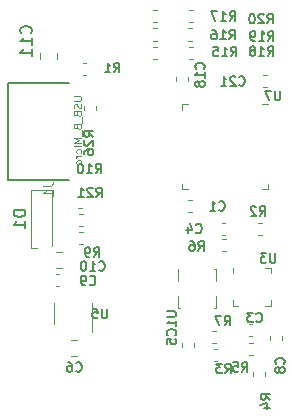
<source format=gbr>
G04 #@! TF.GenerationSoftware,KiCad,Pcbnew,(5.1.4)-1*
G04 #@! TF.CreationDate,2019-12-23T16:34:00-07:00*
G04 #@! TF.ProjectId,CruiseController,43727569-7365-4436-9f6e-74726f6c6c65,rev?*
G04 #@! TF.SameCoordinates,Original*
G04 #@! TF.FileFunction,Legend,Bot*
G04 #@! TF.FilePolarity,Positive*
%FSLAX46Y46*%
G04 Gerber Fmt 4.6, Leading zero omitted, Abs format (unit mm)*
G04 Created by KiCad (PCBNEW (5.1.4)-1) date 2019-12-23 16:34:00*
%MOMM*%
%LPD*%
G04 APERTURE LIST*
%ADD10C,0.120000*%
%ADD11C,0.127000*%
%ADD12C,0.150000*%
%ADD13C,0.050000*%
G04 APERTURE END LIST*
D10*
X100940000Y-76308578D02*
X100940000Y-75791422D01*
X102360000Y-76308578D02*
X102360000Y-75791422D01*
X101910000Y-87340000D02*
X100190000Y-87340000D01*
X101910000Y-92150000D02*
X101910000Y-87340000D01*
X100190000Y-92260000D02*
X100190000Y-87340000D01*
X100650000Y-92260000D02*
X100190000Y-92260000D01*
X104562779Y-90410000D02*
X104237221Y-90410000D01*
X104562779Y-89390000D02*
X104237221Y-89390000D01*
X104512779Y-88860000D02*
X104187221Y-88860000D01*
X104512779Y-87840000D02*
X104187221Y-87840000D01*
X104600279Y-91960000D02*
X104274721Y-91960000D01*
X104600279Y-90940000D02*
X104274721Y-90940000D01*
X115850000Y-94075000D02*
X115625000Y-94075000D01*
X115625000Y-97325000D02*
X115850000Y-97325000D01*
X112825000Y-97325000D02*
X112600000Y-97325000D01*
X115850000Y-94075000D02*
X115850000Y-95050000D01*
X112600000Y-96350000D02*
X112600000Y-97325000D01*
X112600000Y-94075000D02*
X112600000Y-95050000D01*
X115850000Y-96350000D02*
X115850000Y-97325000D01*
X103578922Y-100040000D02*
X104096078Y-100040000D01*
X103578922Y-101460000D02*
X104096078Y-101460000D01*
X113474721Y-88240000D02*
X113800279Y-88240000D01*
X113474721Y-89260000D02*
X113800279Y-89260000D01*
D11*
X98200000Y-78300000D02*
X103351000Y-78300000D01*
X98200000Y-86500000D02*
X98200000Y-78300000D01*
X103351000Y-86500000D02*
X98200000Y-86500000D01*
D10*
X116625279Y-91168000D02*
X116299721Y-91168000D01*
X116625279Y-90148000D02*
X116299721Y-90148000D01*
X112915000Y-100687779D02*
X112915000Y-100362221D01*
X113935000Y-100687779D02*
X113935000Y-100362221D01*
X118912779Y-99768000D02*
X118587221Y-99768000D01*
X118912779Y-98748000D02*
X118587221Y-98748000D01*
X113862779Y-76260000D02*
X113537221Y-76260000D01*
X113862779Y-75240000D02*
X113537221Y-75240000D01*
X110537221Y-72140000D02*
X110862779Y-72140000D01*
X110537221Y-73160000D02*
X110862779Y-73160000D01*
X110487221Y-73690000D02*
X110812779Y-73690000D01*
X110487221Y-74710000D02*
X110812779Y-74710000D01*
X113537221Y-72140000D02*
X113862779Y-72140000D01*
X113537221Y-73160000D02*
X113862779Y-73160000D01*
X112440000Y-78150279D02*
X112440000Y-77824721D01*
X113460000Y-78150279D02*
X113460000Y-77824721D01*
X113499721Y-73690000D02*
X113825279Y-73690000D01*
X113499721Y-74710000D02*
X113825279Y-74710000D01*
X102278922Y-92590000D02*
X102796078Y-92590000D01*
X102278922Y-94010000D02*
X102796078Y-94010000D01*
X120162779Y-78610000D02*
X119837221Y-78610000D01*
X120162779Y-77590000D02*
X119837221Y-77590000D01*
X110487221Y-75240000D02*
X110812779Y-75240000D01*
X110487221Y-76260000D02*
X110812779Y-76260000D01*
X119722500Y-80090000D02*
X120197500Y-80090000D01*
X112977500Y-87310000D02*
X112977500Y-86835000D01*
X113452500Y-87310000D02*
X112977500Y-87310000D01*
X120197500Y-87310000D02*
X120197500Y-86835000D01*
X119722500Y-87310000D02*
X120197500Y-87310000D01*
X112977500Y-80090000D02*
X112977500Y-80565000D01*
X113452500Y-80090000D02*
X112977500Y-80090000D01*
X117240000Y-94423000D02*
X117240000Y-93948000D01*
X120460000Y-97168000D02*
X119985000Y-97168000D01*
X120460000Y-96693000D02*
X120460000Y-97168000D01*
X120460000Y-93948000D02*
X119985000Y-93948000D01*
X120460000Y-94423000D02*
X120460000Y-93948000D01*
X117240000Y-97168000D02*
X117715000Y-97168000D01*
X117240000Y-96693000D02*
X117240000Y-97168000D01*
X104640000Y-80562779D02*
X104640000Y-80237221D01*
X105660000Y-80562779D02*
X105660000Y-80237221D01*
X102249721Y-94490000D02*
X102575279Y-94490000D01*
X102249721Y-95510000D02*
X102575279Y-95510000D01*
X121460000Y-99757721D02*
X121460000Y-100083279D01*
X120440000Y-99757721D02*
X120440000Y-100083279D01*
X115862779Y-100310000D02*
X115537221Y-100310000D01*
X115862779Y-99290000D02*
X115537221Y-99290000D01*
X115950279Y-101810000D02*
X115624721Y-101810000D01*
X115950279Y-100790000D02*
X115624721Y-100790000D01*
X120010000Y-102787221D02*
X120010000Y-103112779D01*
X118990000Y-102787221D02*
X118990000Y-103112779D01*
X118637221Y-100290000D02*
X118962779Y-100290000D01*
X118637221Y-101310000D02*
X118962779Y-101310000D01*
X119712779Y-91160000D02*
X119387221Y-91160000D01*
X119712779Y-90140000D02*
X119387221Y-90140000D01*
X104537221Y-76590000D02*
X104862779Y-76590000D01*
X104537221Y-77610000D02*
X104862779Y-77610000D01*
X116324721Y-91540000D02*
X116650279Y-91540000D01*
X116324721Y-92560000D02*
X116650279Y-92560000D01*
X105310000Y-96900000D02*
X105310000Y-99350000D01*
X102090000Y-98700000D02*
X102090000Y-96900000D01*
D12*
X100157142Y-74107142D02*
X100204761Y-74059523D01*
X100252380Y-73916666D01*
X100252380Y-73821428D01*
X100204761Y-73678571D01*
X100109523Y-73583333D01*
X100014285Y-73535714D01*
X99823809Y-73488095D01*
X99680952Y-73488095D01*
X99490476Y-73535714D01*
X99395238Y-73583333D01*
X99300000Y-73678571D01*
X99252380Y-73821428D01*
X99252380Y-73916666D01*
X99300000Y-74059523D01*
X99347619Y-74107142D01*
X100252380Y-75059523D02*
X100252380Y-74488095D01*
X100252380Y-74773809D02*
X99252380Y-74773809D01*
X99395238Y-74678571D01*
X99490476Y-74583333D01*
X99538095Y-74488095D01*
X100252380Y-76011904D02*
X100252380Y-75440476D01*
X100252380Y-75726190D02*
X99252380Y-75726190D01*
X99395238Y-75630952D01*
X99490476Y-75535714D01*
X99538095Y-75440476D01*
X99702380Y-89061904D02*
X98702380Y-89061904D01*
X98702380Y-89300000D01*
X98750000Y-89442857D01*
X98845238Y-89538095D01*
X98940476Y-89585714D01*
X99130952Y-89633333D01*
X99273809Y-89633333D01*
X99464285Y-89585714D01*
X99559523Y-89538095D01*
X99654761Y-89442857D01*
X99702380Y-89300000D01*
X99702380Y-89061904D01*
X99702380Y-90585714D02*
X99702380Y-90014285D01*
X99702380Y-90300000D02*
X98702380Y-90300000D01*
X98845238Y-90204761D01*
X98940476Y-90109523D01*
X98988095Y-90014285D01*
X105714285Y-87961904D02*
X105980952Y-87580952D01*
X106171428Y-87961904D02*
X106171428Y-87161904D01*
X105866666Y-87161904D01*
X105790476Y-87200000D01*
X105752380Y-87238095D01*
X105714285Y-87314285D01*
X105714285Y-87428571D01*
X105752380Y-87504761D01*
X105790476Y-87542857D01*
X105866666Y-87580952D01*
X106171428Y-87580952D01*
X105409523Y-87238095D02*
X105371428Y-87200000D01*
X105295238Y-87161904D01*
X105104761Y-87161904D01*
X105028571Y-87200000D01*
X104990476Y-87238095D01*
X104952380Y-87314285D01*
X104952380Y-87390476D01*
X104990476Y-87504761D01*
X105447619Y-87961904D01*
X104952380Y-87961904D01*
X104190476Y-87961904D02*
X104647619Y-87961904D01*
X104419047Y-87961904D02*
X104419047Y-87161904D01*
X104495238Y-87276190D01*
X104571428Y-87352380D01*
X104647619Y-87390476D01*
X105639285Y-85936904D02*
X105905952Y-85555952D01*
X106096428Y-85936904D02*
X106096428Y-85136904D01*
X105791666Y-85136904D01*
X105715476Y-85175000D01*
X105677380Y-85213095D01*
X105639285Y-85289285D01*
X105639285Y-85403571D01*
X105677380Y-85479761D01*
X105715476Y-85517857D01*
X105791666Y-85555952D01*
X106096428Y-85555952D01*
X104877380Y-85936904D02*
X105334523Y-85936904D01*
X105105952Y-85936904D02*
X105105952Y-85136904D01*
X105182142Y-85251190D01*
X105258333Y-85327380D01*
X105334523Y-85365476D01*
X104382142Y-85136904D02*
X104305952Y-85136904D01*
X104229761Y-85175000D01*
X104191666Y-85213095D01*
X104153571Y-85289285D01*
X104115476Y-85441666D01*
X104115476Y-85632142D01*
X104153571Y-85784523D01*
X104191666Y-85860714D01*
X104229761Y-85898809D01*
X104305952Y-85936904D01*
X104382142Y-85936904D01*
X104458333Y-85898809D01*
X104496428Y-85860714D01*
X104534523Y-85784523D01*
X104572619Y-85632142D01*
X104572619Y-85441666D01*
X104534523Y-85289285D01*
X104496428Y-85213095D01*
X104458333Y-85175000D01*
X104382142Y-85136904D01*
X105483333Y-93011904D02*
X105750000Y-92630952D01*
X105940476Y-93011904D02*
X105940476Y-92211904D01*
X105635714Y-92211904D01*
X105559523Y-92250000D01*
X105521428Y-92288095D01*
X105483333Y-92364285D01*
X105483333Y-92478571D01*
X105521428Y-92554761D01*
X105559523Y-92592857D01*
X105635714Y-92630952D01*
X105940476Y-92630952D01*
X105102380Y-93011904D02*
X104950000Y-93011904D01*
X104873809Y-92973809D01*
X104835714Y-92935714D01*
X104759523Y-92821428D01*
X104721428Y-92669047D01*
X104721428Y-92364285D01*
X104759523Y-92288095D01*
X104797619Y-92250000D01*
X104873809Y-92211904D01*
X105026190Y-92211904D01*
X105102380Y-92250000D01*
X105140476Y-92288095D01*
X105178571Y-92364285D01*
X105178571Y-92554761D01*
X105140476Y-92630952D01*
X105102380Y-92669047D01*
X105026190Y-92707142D01*
X104873809Y-92707142D01*
X104797619Y-92669047D01*
X104759523Y-92630952D01*
X104721428Y-92554761D01*
X111661904Y-97640476D02*
X112309523Y-97640476D01*
X112385714Y-97678571D01*
X112423809Y-97716666D01*
X112461904Y-97792857D01*
X112461904Y-97945238D01*
X112423809Y-98021428D01*
X112385714Y-98059523D01*
X112309523Y-98097619D01*
X111661904Y-98097619D01*
X112461904Y-98897619D02*
X112461904Y-98440476D01*
X112461904Y-98669047D02*
X111661904Y-98669047D01*
X111776190Y-98592857D01*
X111852380Y-98516666D01*
X111890476Y-98440476D01*
X103970833Y-102685714D02*
X104008928Y-102723809D01*
X104123214Y-102761904D01*
X104199404Y-102761904D01*
X104313690Y-102723809D01*
X104389880Y-102647619D01*
X104427976Y-102571428D01*
X104466071Y-102419047D01*
X104466071Y-102304761D01*
X104427976Y-102152380D01*
X104389880Y-102076190D01*
X104313690Y-102000000D01*
X104199404Y-101961904D01*
X104123214Y-101961904D01*
X104008928Y-102000000D01*
X103970833Y-102038095D01*
X103285119Y-101961904D02*
X103437500Y-101961904D01*
X103513690Y-102000000D01*
X103551785Y-102038095D01*
X103627976Y-102152380D01*
X103666071Y-102304761D01*
X103666071Y-102609523D01*
X103627976Y-102685714D01*
X103589880Y-102723809D01*
X103513690Y-102761904D01*
X103361309Y-102761904D01*
X103285119Y-102723809D01*
X103247023Y-102685714D01*
X103208928Y-102609523D01*
X103208928Y-102419047D01*
X103247023Y-102342857D01*
X103285119Y-102304761D01*
X103361309Y-102266666D01*
X103513690Y-102266666D01*
X103589880Y-102304761D01*
X103627976Y-102342857D01*
X103666071Y-102419047D01*
X116083333Y-89035714D02*
X116121428Y-89073809D01*
X116235714Y-89111904D01*
X116311904Y-89111904D01*
X116426190Y-89073809D01*
X116502380Y-88997619D01*
X116540476Y-88921428D01*
X116578571Y-88769047D01*
X116578571Y-88654761D01*
X116540476Y-88502380D01*
X116502380Y-88426190D01*
X116426190Y-88350000D01*
X116311904Y-88311904D01*
X116235714Y-88311904D01*
X116121428Y-88350000D01*
X116083333Y-88388095D01*
X115321428Y-89111904D02*
X115778571Y-89111904D01*
X115550000Y-89111904D02*
X115550000Y-88311904D01*
X115626190Y-88426190D01*
X115702380Y-88502380D01*
X115778571Y-88540476D01*
D13*
X101211904Y-87033333D02*
X101783333Y-87033333D01*
X101897619Y-86995238D01*
X101973809Y-86919047D01*
X102011904Y-86804761D01*
X102011904Y-86728571D01*
X102011904Y-87833333D02*
X102011904Y-87376190D01*
X102011904Y-87604761D02*
X101211904Y-87604761D01*
X101326190Y-87528571D01*
X101402380Y-87452380D01*
X101440476Y-87376190D01*
X103804359Y-79444711D02*
X104315306Y-79444711D01*
X104375417Y-79474767D01*
X104405473Y-79504823D01*
X104435528Y-79564934D01*
X104435528Y-79685157D01*
X104405473Y-79745268D01*
X104375417Y-79775324D01*
X104315306Y-79805379D01*
X103804359Y-79805379D01*
X104405473Y-80075880D02*
X104435528Y-80166047D01*
X104435528Y-80316326D01*
X104405473Y-80376437D01*
X104375417Y-80406493D01*
X104315306Y-80436548D01*
X104255194Y-80436548D01*
X104195083Y-80406493D01*
X104165027Y-80376437D01*
X104134972Y-80316326D01*
X104104916Y-80196103D01*
X104074860Y-80135992D01*
X104044805Y-80105936D01*
X103984693Y-80075880D01*
X103924582Y-80075880D01*
X103864471Y-80105936D01*
X103834415Y-80135992D01*
X103804359Y-80196103D01*
X103804359Y-80346381D01*
X103834415Y-80436548D01*
X104104916Y-80917439D02*
X104134972Y-81007606D01*
X104165027Y-81037662D01*
X104225139Y-81067717D01*
X104315306Y-81067717D01*
X104375417Y-81037662D01*
X104405473Y-81007606D01*
X104435528Y-80947495D01*
X104435528Y-80707049D01*
X103804359Y-80707049D01*
X103804359Y-80917439D01*
X103834415Y-80977550D01*
X103864471Y-81007606D01*
X103924582Y-81037662D01*
X103984693Y-81037662D01*
X104044805Y-81007606D01*
X104074860Y-80977550D01*
X104104916Y-80917439D01*
X104104916Y-80707049D01*
X104495640Y-81187940D02*
X104495640Y-81668831D01*
X104104916Y-82029499D02*
X104134972Y-82119666D01*
X104165027Y-82149721D01*
X104225139Y-82179777D01*
X104315306Y-82179777D01*
X104375417Y-82149721D01*
X104405473Y-82119666D01*
X104435528Y-82059554D01*
X104435528Y-81819109D01*
X103804359Y-81819109D01*
X103804359Y-82029499D01*
X103834415Y-82089610D01*
X103864471Y-82119666D01*
X103924582Y-82149721D01*
X103984693Y-82149721D01*
X104044805Y-82119666D01*
X104074860Y-82089610D01*
X104104916Y-82029499D01*
X104104916Y-81819109D01*
X104495640Y-82300000D02*
X104495640Y-82780890D01*
X104435528Y-82931169D02*
X103804359Y-82931169D01*
X104255194Y-83141558D01*
X103804359Y-83351948D01*
X104435528Y-83351948D01*
X104435528Y-83652505D02*
X104014749Y-83652505D01*
X103804359Y-83652505D02*
X103834415Y-83622449D01*
X103864471Y-83652505D01*
X103834415Y-83682560D01*
X103804359Y-83652505D01*
X103864471Y-83652505D01*
X104405473Y-84223562D02*
X104435528Y-84163451D01*
X104435528Y-84043228D01*
X104405473Y-83983117D01*
X104375417Y-83953061D01*
X104315306Y-83923006D01*
X104134972Y-83923006D01*
X104074860Y-83953061D01*
X104044805Y-83983117D01*
X104014749Y-84043228D01*
X104014749Y-84163451D01*
X104044805Y-84223562D01*
X104435528Y-84494063D02*
X104014749Y-84494063D01*
X104134972Y-84494063D02*
X104074860Y-84524119D01*
X104044805Y-84554175D01*
X104014749Y-84614286D01*
X104014749Y-84674397D01*
X104435528Y-84974954D02*
X104405473Y-84914843D01*
X104375417Y-84884787D01*
X104315306Y-84854731D01*
X104134972Y-84854731D01*
X104074860Y-84884787D01*
X104044805Y-84914843D01*
X104014749Y-84974954D01*
X104014749Y-85065121D01*
X104044805Y-85125232D01*
X104074860Y-85155288D01*
X104134972Y-85185344D01*
X104315306Y-85185344D01*
X104375417Y-85155288D01*
X104405473Y-85125232D01*
X104435528Y-85065121D01*
X104435528Y-84974954D01*
D12*
X114133333Y-90935714D02*
X114171428Y-90973809D01*
X114285714Y-91011904D01*
X114361904Y-91011904D01*
X114476190Y-90973809D01*
X114552380Y-90897619D01*
X114590476Y-90821428D01*
X114628571Y-90669047D01*
X114628571Y-90554761D01*
X114590476Y-90402380D01*
X114552380Y-90326190D01*
X114476190Y-90250000D01*
X114361904Y-90211904D01*
X114285714Y-90211904D01*
X114171428Y-90250000D01*
X114133333Y-90288095D01*
X113447619Y-90478571D02*
X113447619Y-91011904D01*
X113638095Y-90173809D02*
X113828571Y-90745238D01*
X113333333Y-90745238D01*
X112385714Y-99666666D02*
X112423809Y-99628571D01*
X112461904Y-99514285D01*
X112461904Y-99438095D01*
X112423809Y-99323809D01*
X112347619Y-99247619D01*
X112271428Y-99209523D01*
X112119047Y-99171428D01*
X112004761Y-99171428D01*
X111852380Y-99209523D01*
X111776190Y-99247619D01*
X111700000Y-99323809D01*
X111661904Y-99438095D01*
X111661904Y-99514285D01*
X111700000Y-99628571D01*
X111738095Y-99666666D01*
X111661904Y-100390476D02*
X111661904Y-100009523D01*
X112042857Y-99971428D01*
X112004761Y-100009523D01*
X111966666Y-100085714D01*
X111966666Y-100276190D01*
X112004761Y-100352380D01*
X112042857Y-100390476D01*
X112119047Y-100428571D01*
X112309523Y-100428571D01*
X112385714Y-100390476D01*
X112423809Y-100352380D01*
X112461904Y-100276190D01*
X112461904Y-100085714D01*
X112423809Y-100009523D01*
X112385714Y-99971428D01*
X119233333Y-98485714D02*
X119271428Y-98523809D01*
X119385714Y-98561904D01*
X119461904Y-98561904D01*
X119576190Y-98523809D01*
X119652380Y-98447619D01*
X119690476Y-98371428D01*
X119728571Y-98219047D01*
X119728571Y-98104761D01*
X119690476Y-97952380D01*
X119652380Y-97876190D01*
X119576190Y-97800000D01*
X119461904Y-97761904D01*
X119385714Y-97761904D01*
X119271428Y-97800000D01*
X119233333Y-97838095D01*
X118966666Y-97761904D02*
X118471428Y-97761904D01*
X118738095Y-98066666D01*
X118623809Y-98066666D01*
X118547619Y-98104761D01*
X118509523Y-98142857D01*
X118471428Y-98219047D01*
X118471428Y-98409523D01*
X118509523Y-98485714D01*
X118547619Y-98523809D01*
X118623809Y-98561904D01*
X118852380Y-98561904D01*
X118928571Y-98523809D01*
X118966666Y-98485714D01*
X120214285Y-76011904D02*
X120480952Y-75630952D01*
X120671428Y-76011904D02*
X120671428Y-75211904D01*
X120366666Y-75211904D01*
X120290476Y-75250000D01*
X120252380Y-75288095D01*
X120214285Y-75364285D01*
X120214285Y-75478571D01*
X120252380Y-75554761D01*
X120290476Y-75592857D01*
X120366666Y-75630952D01*
X120671428Y-75630952D01*
X119452380Y-76011904D02*
X119909523Y-76011904D01*
X119680952Y-76011904D02*
X119680952Y-75211904D01*
X119757142Y-75326190D01*
X119833333Y-75402380D01*
X119909523Y-75440476D01*
X118995238Y-75554761D02*
X119071428Y-75516666D01*
X119109523Y-75478571D01*
X119147619Y-75402380D01*
X119147619Y-75364285D01*
X119109523Y-75288095D01*
X119071428Y-75250000D01*
X118995238Y-75211904D01*
X118842857Y-75211904D01*
X118766666Y-75250000D01*
X118728571Y-75288095D01*
X118690476Y-75364285D01*
X118690476Y-75402380D01*
X118728571Y-75478571D01*
X118766666Y-75516666D01*
X118842857Y-75554761D01*
X118995238Y-75554761D01*
X119071428Y-75592857D01*
X119109523Y-75630952D01*
X119147619Y-75707142D01*
X119147619Y-75859523D01*
X119109523Y-75935714D01*
X119071428Y-75973809D01*
X118995238Y-76011904D01*
X118842857Y-76011904D01*
X118766666Y-75973809D01*
X118728571Y-75935714D01*
X118690476Y-75859523D01*
X118690476Y-75707142D01*
X118728571Y-75630952D01*
X118766666Y-75592857D01*
X118842857Y-75554761D01*
X116989285Y-73036904D02*
X117255952Y-72655952D01*
X117446428Y-73036904D02*
X117446428Y-72236904D01*
X117141666Y-72236904D01*
X117065476Y-72275000D01*
X117027380Y-72313095D01*
X116989285Y-72389285D01*
X116989285Y-72503571D01*
X117027380Y-72579761D01*
X117065476Y-72617857D01*
X117141666Y-72655952D01*
X117446428Y-72655952D01*
X116227380Y-73036904D02*
X116684523Y-73036904D01*
X116455952Y-73036904D02*
X116455952Y-72236904D01*
X116532142Y-72351190D01*
X116608333Y-72427380D01*
X116684523Y-72465476D01*
X115960714Y-72236904D02*
X115427380Y-72236904D01*
X115770238Y-73036904D01*
X116964285Y-74611904D02*
X117230952Y-74230952D01*
X117421428Y-74611904D02*
X117421428Y-73811904D01*
X117116666Y-73811904D01*
X117040476Y-73850000D01*
X117002380Y-73888095D01*
X116964285Y-73964285D01*
X116964285Y-74078571D01*
X117002380Y-74154761D01*
X117040476Y-74192857D01*
X117116666Y-74230952D01*
X117421428Y-74230952D01*
X116202380Y-74611904D02*
X116659523Y-74611904D01*
X116430952Y-74611904D02*
X116430952Y-73811904D01*
X116507142Y-73926190D01*
X116583333Y-74002380D01*
X116659523Y-74040476D01*
X115516666Y-73811904D02*
X115669047Y-73811904D01*
X115745238Y-73850000D01*
X115783333Y-73888095D01*
X115859523Y-74002380D01*
X115897619Y-74154761D01*
X115897619Y-74459523D01*
X115859523Y-74535714D01*
X115821428Y-74573809D01*
X115745238Y-74611904D01*
X115592857Y-74611904D01*
X115516666Y-74573809D01*
X115478571Y-74535714D01*
X115440476Y-74459523D01*
X115440476Y-74269047D01*
X115478571Y-74192857D01*
X115516666Y-74154761D01*
X115592857Y-74116666D01*
X115745238Y-74116666D01*
X115821428Y-74154761D01*
X115859523Y-74192857D01*
X115897619Y-74269047D01*
X120164285Y-73261904D02*
X120430952Y-72880952D01*
X120621428Y-73261904D02*
X120621428Y-72461904D01*
X120316666Y-72461904D01*
X120240476Y-72500000D01*
X120202380Y-72538095D01*
X120164285Y-72614285D01*
X120164285Y-72728571D01*
X120202380Y-72804761D01*
X120240476Y-72842857D01*
X120316666Y-72880952D01*
X120621428Y-72880952D01*
X119859523Y-72538095D02*
X119821428Y-72500000D01*
X119745238Y-72461904D01*
X119554761Y-72461904D01*
X119478571Y-72500000D01*
X119440476Y-72538095D01*
X119402380Y-72614285D01*
X119402380Y-72690476D01*
X119440476Y-72804761D01*
X119897619Y-73261904D01*
X119402380Y-73261904D01*
X118907142Y-72461904D02*
X118830952Y-72461904D01*
X118754761Y-72500000D01*
X118716666Y-72538095D01*
X118678571Y-72614285D01*
X118640476Y-72766666D01*
X118640476Y-72957142D01*
X118678571Y-73109523D01*
X118716666Y-73185714D01*
X118754761Y-73223809D01*
X118830952Y-73261904D01*
X118907142Y-73261904D01*
X118983333Y-73223809D01*
X119021428Y-73185714D01*
X119059523Y-73109523D01*
X119097619Y-72957142D01*
X119097619Y-72766666D01*
X119059523Y-72614285D01*
X119021428Y-72538095D01*
X118983333Y-72500000D01*
X118907142Y-72461904D01*
X114785714Y-77110714D02*
X114823809Y-77072619D01*
X114861904Y-76958333D01*
X114861904Y-76882142D01*
X114823809Y-76767857D01*
X114747619Y-76691666D01*
X114671428Y-76653571D01*
X114519047Y-76615476D01*
X114404761Y-76615476D01*
X114252380Y-76653571D01*
X114176190Y-76691666D01*
X114100000Y-76767857D01*
X114061904Y-76882142D01*
X114061904Y-76958333D01*
X114100000Y-77072619D01*
X114138095Y-77110714D01*
X114861904Y-77872619D02*
X114861904Y-77415476D01*
X114861904Y-77644047D02*
X114061904Y-77644047D01*
X114176190Y-77567857D01*
X114252380Y-77491666D01*
X114290476Y-77415476D01*
X114404761Y-78329761D02*
X114366666Y-78253571D01*
X114328571Y-78215476D01*
X114252380Y-78177380D01*
X114214285Y-78177380D01*
X114138095Y-78215476D01*
X114100000Y-78253571D01*
X114061904Y-78329761D01*
X114061904Y-78482142D01*
X114100000Y-78558333D01*
X114138095Y-78596428D01*
X114214285Y-78634523D01*
X114252380Y-78634523D01*
X114328571Y-78596428D01*
X114366666Y-78558333D01*
X114404761Y-78482142D01*
X114404761Y-78329761D01*
X114442857Y-78253571D01*
X114480952Y-78215476D01*
X114557142Y-78177380D01*
X114709523Y-78177380D01*
X114785714Y-78215476D01*
X114823809Y-78253571D01*
X114861904Y-78329761D01*
X114861904Y-78482142D01*
X114823809Y-78558333D01*
X114785714Y-78596428D01*
X114709523Y-78634523D01*
X114557142Y-78634523D01*
X114480952Y-78596428D01*
X114442857Y-78558333D01*
X114404761Y-78482142D01*
X120239285Y-74711904D02*
X120505952Y-74330952D01*
X120696428Y-74711904D02*
X120696428Y-73911904D01*
X120391666Y-73911904D01*
X120315476Y-73950000D01*
X120277380Y-73988095D01*
X120239285Y-74064285D01*
X120239285Y-74178571D01*
X120277380Y-74254761D01*
X120315476Y-74292857D01*
X120391666Y-74330952D01*
X120696428Y-74330952D01*
X119477380Y-74711904D02*
X119934523Y-74711904D01*
X119705952Y-74711904D02*
X119705952Y-73911904D01*
X119782142Y-74026190D01*
X119858333Y-74102380D01*
X119934523Y-74140476D01*
X119096428Y-74711904D02*
X118944047Y-74711904D01*
X118867857Y-74673809D01*
X118829761Y-74635714D01*
X118753571Y-74521428D01*
X118715476Y-74369047D01*
X118715476Y-74064285D01*
X118753571Y-73988095D01*
X118791666Y-73950000D01*
X118867857Y-73911904D01*
X119020238Y-73911904D01*
X119096428Y-73950000D01*
X119134523Y-73988095D01*
X119172619Y-74064285D01*
X119172619Y-74254761D01*
X119134523Y-74330952D01*
X119096428Y-74369047D01*
X119020238Y-74407142D01*
X118867857Y-74407142D01*
X118791666Y-74369047D01*
X118753571Y-74330952D01*
X118715476Y-74254761D01*
X105914285Y-94135714D02*
X105952380Y-94173809D01*
X106066666Y-94211904D01*
X106142857Y-94211904D01*
X106257142Y-94173809D01*
X106333333Y-94097619D01*
X106371428Y-94021428D01*
X106409523Y-93869047D01*
X106409523Y-93754761D01*
X106371428Y-93602380D01*
X106333333Y-93526190D01*
X106257142Y-93450000D01*
X106142857Y-93411904D01*
X106066666Y-93411904D01*
X105952380Y-93450000D01*
X105914285Y-93488095D01*
X105152380Y-94211904D02*
X105609523Y-94211904D01*
X105380952Y-94211904D02*
X105380952Y-93411904D01*
X105457142Y-93526190D01*
X105533333Y-93602380D01*
X105609523Y-93640476D01*
X104657142Y-93411904D02*
X104580952Y-93411904D01*
X104504761Y-93450000D01*
X104466666Y-93488095D01*
X104428571Y-93564285D01*
X104390476Y-93716666D01*
X104390476Y-93907142D01*
X104428571Y-94059523D01*
X104466666Y-94135714D01*
X104504761Y-94173809D01*
X104580952Y-94211904D01*
X104657142Y-94211904D01*
X104733333Y-94173809D01*
X104771428Y-94135714D01*
X104809523Y-94059523D01*
X104847619Y-93907142D01*
X104847619Y-93716666D01*
X104809523Y-93564285D01*
X104771428Y-93488095D01*
X104733333Y-93450000D01*
X104657142Y-93411904D01*
X117764285Y-78460714D02*
X117802380Y-78498809D01*
X117916666Y-78536904D01*
X117992857Y-78536904D01*
X118107142Y-78498809D01*
X118183333Y-78422619D01*
X118221428Y-78346428D01*
X118259523Y-78194047D01*
X118259523Y-78079761D01*
X118221428Y-77927380D01*
X118183333Y-77851190D01*
X118107142Y-77775000D01*
X117992857Y-77736904D01*
X117916666Y-77736904D01*
X117802380Y-77775000D01*
X117764285Y-77813095D01*
X117459523Y-77813095D02*
X117421428Y-77775000D01*
X117345238Y-77736904D01*
X117154761Y-77736904D01*
X117078571Y-77775000D01*
X117040476Y-77813095D01*
X117002380Y-77889285D01*
X117002380Y-77965476D01*
X117040476Y-78079761D01*
X117497619Y-78536904D01*
X117002380Y-78536904D01*
X116240476Y-78536904D02*
X116697619Y-78536904D01*
X116469047Y-78536904D02*
X116469047Y-77736904D01*
X116545238Y-77851190D01*
X116621428Y-77927380D01*
X116697619Y-77965476D01*
X117089285Y-76036904D02*
X117355952Y-75655952D01*
X117546428Y-76036904D02*
X117546428Y-75236904D01*
X117241666Y-75236904D01*
X117165476Y-75275000D01*
X117127380Y-75313095D01*
X117089285Y-75389285D01*
X117089285Y-75503571D01*
X117127380Y-75579761D01*
X117165476Y-75617857D01*
X117241666Y-75655952D01*
X117546428Y-75655952D01*
X116327380Y-76036904D02*
X116784523Y-76036904D01*
X116555952Y-76036904D02*
X116555952Y-75236904D01*
X116632142Y-75351190D01*
X116708333Y-75427380D01*
X116784523Y-75465476D01*
X115603571Y-75236904D02*
X115984523Y-75236904D01*
X116022619Y-75617857D01*
X115984523Y-75579761D01*
X115908333Y-75541666D01*
X115717857Y-75541666D01*
X115641666Y-75579761D01*
X115603571Y-75617857D01*
X115565476Y-75694047D01*
X115565476Y-75884523D01*
X115603571Y-75960714D01*
X115641666Y-75998809D01*
X115717857Y-76036904D01*
X115908333Y-76036904D01*
X115984523Y-75998809D01*
X116022619Y-75960714D01*
X121259523Y-78961904D02*
X121259523Y-79609523D01*
X121221428Y-79685714D01*
X121183333Y-79723809D01*
X121107142Y-79761904D01*
X120954761Y-79761904D01*
X120878571Y-79723809D01*
X120840476Y-79685714D01*
X120802380Y-79609523D01*
X120802380Y-78961904D01*
X120497619Y-78961904D02*
X119964285Y-78961904D01*
X120307142Y-79761904D01*
X120859523Y-92711904D02*
X120859523Y-93359523D01*
X120821428Y-93435714D01*
X120783333Y-93473809D01*
X120707142Y-93511904D01*
X120554761Y-93511904D01*
X120478571Y-93473809D01*
X120440476Y-93435714D01*
X120402380Y-93359523D01*
X120402380Y-92711904D01*
X120097619Y-92711904D02*
X119602380Y-92711904D01*
X119869047Y-93016666D01*
X119754761Y-93016666D01*
X119678571Y-93054761D01*
X119640476Y-93092857D01*
X119602380Y-93169047D01*
X119602380Y-93359523D01*
X119640476Y-93435714D01*
X119678571Y-93473809D01*
X119754761Y-93511904D01*
X119983333Y-93511904D01*
X120059523Y-93473809D01*
X120097619Y-93435714D01*
X105461904Y-82848214D02*
X105080952Y-82581547D01*
X105461904Y-82391071D02*
X104661904Y-82391071D01*
X104661904Y-82695833D01*
X104700000Y-82772023D01*
X104738095Y-82810119D01*
X104814285Y-82848214D01*
X104928571Y-82848214D01*
X105004761Y-82810119D01*
X105042857Y-82772023D01*
X105080952Y-82695833D01*
X105080952Y-82391071D01*
X104738095Y-83152976D02*
X104700000Y-83191071D01*
X104661904Y-83267261D01*
X104661904Y-83457738D01*
X104700000Y-83533928D01*
X104738095Y-83572023D01*
X104814285Y-83610119D01*
X104890476Y-83610119D01*
X105004761Y-83572023D01*
X105461904Y-83114880D01*
X105461904Y-83610119D01*
X104661904Y-84295833D02*
X104661904Y-84143452D01*
X104700000Y-84067261D01*
X104738095Y-84029166D01*
X104852380Y-83952976D01*
X105004761Y-83914880D01*
X105309523Y-83914880D01*
X105385714Y-83952976D01*
X105423809Y-83991071D01*
X105461904Y-84067261D01*
X105461904Y-84219642D01*
X105423809Y-84295833D01*
X105385714Y-84333928D01*
X105309523Y-84372023D01*
X105119047Y-84372023D01*
X105042857Y-84333928D01*
X105004761Y-84295833D01*
X104966666Y-84219642D01*
X104966666Y-84067261D01*
X105004761Y-83991071D01*
X105042857Y-83952976D01*
X105119047Y-83914880D01*
X105133333Y-95335714D02*
X105171428Y-95373809D01*
X105285714Y-95411904D01*
X105361904Y-95411904D01*
X105476190Y-95373809D01*
X105552380Y-95297619D01*
X105590476Y-95221428D01*
X105628571Y-95069047D01*
X105628571Y-94954761D01*
X105590476Y-94802380D01*
X105552380Y-94726190D01*
X105476190Y-94650000D01*
X105361904Y-94611904D01*
X105285714Y-94611904D01*
X105171428Y-94650000D01*
X105133333Y-94688095D01*
X104752380Y-95411904D02*
X104600000Y-95411904D01*
X104523809Y-95373809D01*
X104485714Y-95335714D01*
X104409523Y-95221428D01*
X104371428Y-95069047D01*
X104371428Y-94764285D01*
X104409523Y-94688095D01*
X104447619Y-94650000D01*
X104523809Y-94611904D01*
X104676190Y-94611904D01*
X104752380Y-94650000D01*
X104790476Y-94688095D01*
X104828571Y-94764285D01*
X104828571Y-94954761D01*
X104790476Y-95030952D01*
X104752380Y-95069047D01*
X104676190Y-95107142D01*
X104523809Y-95107142D01*
X104447619Y-95069047D01*
X104409523Y-95030952D01*
X104371428Y-94954761D01*
X121585714Y-102066666D02*
X121623809Y-102028571D01*
X121661904Y-101914285D01*
X121661904Y-101838095D01*
X121623809Y-101723809D01*
X121547619Y-101647619D01*
X121471428Y-101609523D01*
X121319047Y-101571428D01*
X121204761Y-101571428D01*
X121052380Y-101609523D01*
X120976190Y-101647619D01*
X120900000Y-101723809D01*
X120861904Y-101838095D01*
X120861904Y-101914285D01*
X120900000Y-102028571D01*
X120938095Y-102066666D01*
X121204761Y-102523809D02*
X121166666Y-102447619D01*
X121128571Y-102409523D01*
X121052380Y-102371428D01*
X121014285Y-102371428D01*
X120938095Y-102409523D01*
X120900000Y-102447619D01*
X120861904Y-102523809D01*
X120861904Y-102676190D01*
X120900000Y-102752380D01*
X120938095Y-102790476D01*
X121014285Y-102828571D01*
X121052380Y-102828571D01*
X121128571Y-102790476D01*
X121166666Y-102752380D01*
X121204761Y-102676190D01*
X121204761Y-102523809D01*
X121242857Y-102447619D01*
X121280952Y-102409523D01*
X121357142Y-102371428D01*
X121509523Y-102371428D01*
X121585714Y-102409523D01*
X121623809Y-102447619D01*
X121661904Y-102523809D01*
X121661904Y-102676190D01*
X121623809Y-102752380D01*
X121585714Y-102790476D01*
X121509523Y-102828571D01*
X121357142Y-102828571D01*
X121280952Y-102790476D01*
X121242857Y-102752380D01*
X121204761Y-102676190D01*
X116558333Y-98836904D02*
X116825000Y-98455952D01*
X117015476Y-98836904D02*
X117015476Y-98036904D01*
X116710714Y-98036904D01*
X116634523Y-98075000D01*
X116596428Y-98113095D01*
X116558333Y-98189285D01*
X116558333Y-98303571D01*
X116596428Y-98379761D01*
X116634523Y-98417857D01*
X116710714Y-98455952D01*
X117015476Y-98455952D01*
X116291666Y-98036904D02*
X115758333Y-98036904D01*
X116101190Y-98836904D01*
X116633333Y-102861904D02*
X116900000Y-102480952D01*
X117090476Y-102861904D02*
X117090476Y-102061904D01*
X116785714Y-102061904D01*
X116709523Y-102100000D01*
X116671428Y-102138095D01*
X116633333Y-102214285D01*
X116633333Y-102328571D01*
X116671428Y-102404761D01*
X116709523Y-102442857D01*
X116785714Y-102480952D01*
X117090476Y-102480952D01*
X116366666Y-102061904D02*
X115871428Y-102061904D01*
X116138095Y-102366666D01*
X116023809Y-102366666D01*
X115947619Y-102404761D01*
X115909523Y-102442857D01*
X115871428Y-102519047D01*
X115871428Y-102709523D01*
X115909523Y-102785714D01*
X115947619Y-102823809D01*
X116023809Y-102861904D01*
X116252380Y-102861904D01*
X116328571Y-102823809D01*
X116366666Y-102785714D01*
X120436904Y-105116666D02*
X120055952Y-104850000D01*
X120436904Y-104659523D02*
X119636904Y-104659523D01*
X119636904Y-104964285D01*
X119675000Y-105040476D01*
X119713095Y-105078571D01*
X119789285Y-105116666D01*
X119903571Y-105116666D01*
X119979761Y-105078571D01*
X120017857Y-105040476D01*
X120055952Y-104964285D01*
X120055952Y-104659523D01*
X119903571Y-105802380D02*
X120436904Y-105802380D01*
X119598809Y-105611904D02*
X120170238Y-105421428D01*
X120170238Y-105916666D01*
X118033333Y-102761904D02*
X118300000Y-102380952D01*
X118490476Y-102761904D02*
X118490476Y-101961904D01*
X118185714Y-101961904D01*
X118109523Y-102000000D01*
X118071428Y-102038095D01*
X118033333Y-102114285D01*
X118033333Y-102228571D01*
X118071428Y-102304761D01*
X118109523Y-102342857D01*
X118185714Y-102380952D01*
X118490476Y-102380952D01*
X117309523Y-101961904D02*
X117690476Y-101961904D01*
X117728571Y-102342857D01*
X117690476Y-102304761D01*
X117614285Y-102266666D01*
X117423809Y-102266666D01*
X117347619Y-102304761D01*
X117309523Y-102342857D01*
X117271428Y-102419047D01*
X117271428Y-102609523D01*
X117309523Y-102685714D01*
X117347619Y-102723809D01*
X117423809Y-102761904D01*
X117614285Y-102761904D01*
X117690476Y-102723809D01*
X117728571Y-102685714D01*
X119520833Y-89553904D02*
X119787500Y-89172952D01*
X119977976Y-89553904D02*
X119977976Y-88753904D01*
X119673214Y-88753904D01*
X119597023Y-88792000D01*
X119558928Y-88830095D01*
X119520833Y-88906285D01*
X119520833Y-89020571D01*
X119558928Y-89096761D01*
X119597023Y-89134857D01*
X119673214Y-89172952D01*
X119977976Y-89172952D01*
X119216071Y-88830095D02*
X119177976Y-88792000D01*
X119101785Y-88753904D01*
X118911309Y-88753904D01*
X118835119Y-88792000D01*
X118797023Y-88830095D01*
X118758928Y-88906285D01*
X118758928Y-88982476D01*
X118797023Y-89096761D01*
X119254166Y-89553904D01*
X118758928Y-89553904D01*
X107183333Y-77411904D02*
X107450000Y-77030952D01*
X107640476Y-77411904D02*
X107640476Y-76611904D01*
X107335714Y-76611904D01*
X107259523Y-76650000D01*
X107221428Y-76688095D01*
X107183333Y-76764285D01*
X107183333Y-76878571D01*
X107221428Y-76954761D01*
X107259523Y-76992857D01*
X107335714Y-77030952D01*
X107640476Y-77030952D01*
X106421428Y-77411904D02*
X106878571Y-77411904D01*
X106650000Y-77411904D02*
X106650000Y-76611904D01*
X106726190Y-76726190D01*
X106802380Y-76802380D01*
X106878571Y-76840476D01*
X114333333Y-92503904D02*
X114600000Y-92122952D01*
X114790476Y-92503904D02*
X114790476Y-91703904D01*
X114485714Y-91703904D01*
X114409523Y-91742000D01*
X114371428Y-91780095D01*
X114333333Y-91856285D01*
X114333333Y-91970571D01*
X114371428Y-92046761D01*
X114409523Y-92084857D01*
X114485714Y-92122952D01*
X114790476Y-92122952D01*
X113647619Y-91703904D02*
X113800000Y-91703904D01*
X113876190Y-91742000D01*
X113914285Y-91780095D01*
X113990476Y-91894380D01*
X114028571Y-92046761D01*
X114028571Y-92351523D01*
X113990476Y-92427714D01*
X113952380Y-92465809D01*
X113876190Y-92503904D01*
X113723809Y-92503904D01*
X113647619Y-92465809D01*
X113609523Y-92427714D01*
X113571428Y-92351523D01*
X113571428Y-92161047D01*
X113609523Y-92084857D01*
X113647619Y-92046761D01*
X113723809Y-92008666D01*
X113876190Y-92008666D01*
X113952380Y-92046761D01*
X113990476Y-92084857D01*
X114028571Y-92161047D01*
X106609523Y-97411904D02*
X106609523Y-98059523D01*
X106571428Y-98135714D01*
X106533333Y-98173809D01*
X106457142Y-98211904D01*
X106304761Y-98211904D01*
X106228571Y-98173809D01*
X106190476Y-98135714D01*
X106152380Y-98059523D01*
X106152380Y-97411904D01*
X105390476Y-97411904D02*
X105771428Y-97411904D01*
X105809523Y-97792857D01*
X105771428Y-97754761D01*
X105695238Y-97716666D01*
X105504761Y-97716666D01*
X105428571Y-97754761D01*
X105390476Y-97792857D01*
X105352380Y-97869047D01*
X105352380Y-98059523D01*
X105390476Y-98135714D01*
X105428571Y-98173809D01*
X105504761Y-98211904D01*
X105695238Y-98211904D01*
X105771428Y-98173809D01*
X105809523Y-98135714D01*
M02*

</source>
